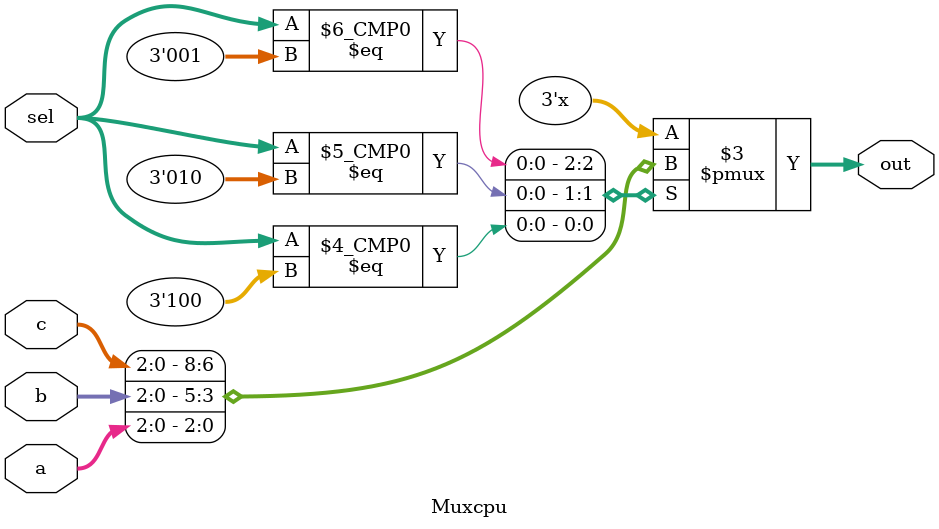
<source format=v>
module cpu(clk, reset, s, load, in, out, N, V, Z, w);
  input clk, reset, s, load;
  input [15:0] in;
  output [15:0] out;
  output N, V, Z, w;

//Intermediate values
  wire [15:0] sximm5, sximm8;
  wire [2:0] Rn, Rd, Rm;
  wire [2:0] readnum, writenum, opcode;
  wire [1:0] ALUop, shift, op;

//If a cycle is finished, this will indicate to stay in waiting
  reg finished;

  reg [15:0] instruction;

  reg w, loada, loadb, loadc, loads, asel, bsel, write;
  reg [3:0] vsel;
  reg [2:0] nsel, ALU_state, move_state;
 
//Instruction Register
//If load is 1, the new instruction will be taken, else it will not change
  always @(posedge clk) begin
    if(load == 1)
      instruction = in;
    else
      instruction = instruction;
  end

//Assign accordingly to solve for readnum and writenum
  assign Rn = instruction[10:8];
  assign Rd = instruction[7:5];
  assign Rm = instruction[2:0];

//Instruction Decoder
  instructionDecoder iD(instruction, Rn, Rd, Rm, nsel, ALUop, sximm5, sximm8, shift, readnum, writenum, op, opcode);

//State Machine
  always @(posedge clk) begin
    if( reset || ((~s && ALU_state == 3'b000) && (~s && move_state == 3'b000)) || (~s && finished)) begin //If reset or s is 0, the state machine is stilling in a waiting state
       ALU_state = 3'b000; move_state = 3'b000; w = 1; nsel = 3'bxxx; loada = 1'b0; loadb = 1'b0; asel = 1'bx; bsel = 1'bx; loadc = 1'b0; vsel = 4'bxxxx; write = 1'b0; loads = 0; // 3'b000 is the waiting state for both ALU and move, w = 1 to indicate the waiting state
    end else begin//Else we are carrying out the operations
    w = 0;
    if( opcode == 3'b101) begin//ALU operations
    case(ALU_state)//Depending on what ALU_state is, go to the next state at rising edge of clk
      3'b000: ALU_state = 3'b001;
      3'b001: ALU_state = 3'b010;
      3'b010: ALU_state = 3'b011;
      3'b011: ALU_state = 3'b100;
      3'b100: ALU_state = 3'b000;
      default: ALU_state = 3'bxxx;
    endcase

    case(ALU_state)//At each stage, set the specified data path control signals
      3'b001: begin nsel = 3'b100; loada = 1'b1; loadb = 1'b0; asel = 1'b0; bsel = 1'b0; loadc = 1'b0; vsel = 4'bxxxx; write = 1'b0; finished = 0; loads = 0; end //Load Rn to reg A
      3'b010: begin nsel = 3'b001; loada = 1'b0; loadb = 1'b1; asel = 1'b0; bsel = 1'b0; loadc = 1'b0; vsel = 4'bxxxx; write = 1'b0; finished = 0; loads = 0; end // Load Rm to reg B
      3'b011: begin //Perform ALU operations with the appropriate data path values
              if(ALUop == 2'b01) begin //If we are subtracting, we set loadc to 0 because we do not want to carry the value through the datapath
                nsel = 3'bxxx; loada = 1'b0; loadb = 1'b0; asel = 1'b0; bsel = 1'b0; loadc = 1'b0; vsel = 4'bxxxx; write = 1'b0;  finished = 0; loads = 1;
              end else begin     
              if(ALUop == 2'b11)begin// If we are negating, we want asel = 1 to add 0 to what is stored in reg B
                nsel = 3'bxxx; loada = 1'b0; loadb = 1'b0; asel = 1'b1; bsel = 1'b0; loadc = 1'b1; vsel = 4'bxxxx; write = 1'b0; finished = 0; loads = 0;
              end else begin
                nsel = 3'bxxx; loada = 1'b0; loadb = 1'b0; asel = 1'b0; bsel = 1'b0; loadc = 1'b1; vsel = 4'bxxxx; write = 1'b0; finished =0; loads = 0; //Else we take whatever is in reg A and B
              end
              end
              end
      3'b100: begin // Write to register
              if(ALUop == 2'b01) begin//DO not write anything to a register when subtracting
                nsel = 3'bxxx; loada = 1'b0; loadb = 1'b0; asel = 1'b0; bsel = 1'b0; loadc = 1'b0; vsel = 4'bxxxx; write = 1'b0; finished = 1; loads = 0;
              end else begin// Else we write to the desired register
                nsel = 3'b010; loada = 1'b0; loadb = 1'b0; asel = 1'b0; bsel = 1'b0; loadc = 1'b0; vsel = 4'b0001; write = 1'b1; finished = 1; loads = 0;
              end
              end
      default: begin nsel = 3'bxxx; loada = 1'bx; loadb = 1'bx; asel = 1'bx; bsel = 1'bx; loadc = 1'bx; vsel = 4'bxxxx; write = 1'bx; finished = 1'bx; loads = 1'bx; end
    endcase
   
    end else begin//move operations

    case(move_state)//Depending on what move_state is, go to the next state at rising edge of clk
      3'b000: move_state = 3'b001;
      3'b001: move_state = 3'b010;
      3'b010: move_state = 3'b011;
      3'b011: move_state = 3'b000;
      default: move_state = 3'bxxx;
    endcase

    case(move_state)//At each stage, set the specified data path control signals
      3'b001: begin //Load to appropriate registers
         if(op == 2'b10) begin // We are not carrying out any operation paths, just loading a register with a value
            nsel = 3'b100; loada = 1'b0; loadb = 1'b0; write = 1'b1; vsel = 4'b0100; asel = 1'b0; bsel = 1'b0; loadc = 1'b0; finished = 1; loads = 0;
         end else begin 
         if (op == 2'b00) begin// We are shifting a value from a register 
            nsel = 3'b001; loada = 1'b0; loadb = 1'b1; vsel = 4'bxxxx; write = 1'b0; asel = 1'b0; bsel = 1'b0; loadc = 1'b0; finished = 0; loads = 0;
         end else begin
            nsel = 3'bxxx; loada = 1'b0; loadb = 1'b0; vsel = 4'bxxxx; write = 1'b0; asel = 1'b0; bsel = 1'b0; loadc = 1'b0; finished = 1'bx; loads = 0;
         end
         end
         end

      3'b010: if( op == 2'b00 ) begin //carry out ALU operations with the correct data path values
                nsel = 3'bxxx; loada = 1'b0; loadb = 1'b0; vsel = 4'bxxxx; write = 1'b0; asel = 1'b1; bsel = 1'b0; loadc = 1'b1; finished = 0; loads = 0;
              end else begin
                nsel = 3'bxxx; loada = 1'b0; loadb = 1'b0; vsel = 4'bxxxx; write = 1'b0; asel = 1'b0; bsel = 1'b0; loadc = 1'b0; finished = 1'bx; loads = 0;
              end

      3'b011: if( op == 2'b00 ) begin//Load back into register 
                 nsel = 3'b010; loada = 1'b0; loadb = 1'b0; vsel = 4'b0001; write = 1'b1; asel = 1'b0; bsel = 1'b0; loadc = 1'b0; finished = 1; loads = 0;
              end else begin
                 nsel = 3'bxxx; loada = 1'b0; loadb = 1'b0; vsel = 4'bxxxx; write = 1'b0; asel = 1'b0; bsel = 1'b0; loadc = 1'b0; finished = 1'bx; loads = 0;
              end

      default: begin nsel = 3'bxxx; loada = 1'b0; loadb = 1'bx; vsel = 4'bxxxx; write = 1'bx; asel = 1'bx; bsel = 1'bx; loadc = 1'bx;  finished = 1'bx; loads = 1'bx; end 
    endcase

    end
   end
end

//If ALUop indicates subtraction, we want to update the status register, else the status register stays the same
 // always @(*) begin
//    if(ALUop == 2'b01)
 //      loads = 1'b1;
 //   else
 //      loads = 1'b0;
  //end 

//Carrying out operations in datapath
  datapath DP(clk, readnum, vsel, loada, loadb, shift, asel, bsel, ALUop, loadc, loads, writenum, write, sximm5, sximm8, Z, N, V, out);
               

endmodule


//Instruction Decoder to decode sequences of bits in instruction into the values for ALUop, op, sximm5, etc.
module instructionDecoder(instruction, Rn, Rd, Rm, nsel, ALUop, sximm5, sximm8, shift, readnum, writenum, op, opcode);
  input [15:0] instruction;
  input [2:0] Rn, Rd, Rm;
  input [2:0] nsel;
  output[15:0] sximm5, sximm8;
  output[1:0] ALUop, shift, op;
  output[2:0] readnum, writenum, opcode;

  wire [2:0] muxOut;

//Assign accordingly
  assign sximm5 = {{11{instruction[4]}}, instruction[4:0]};
  assign sximm8 = {{8{instruction[7]}}, instruction[7:0]};
  assign ALUop = instruction[12:11];
  assign shift = instruction[4:3];
  assign opcode = instruction[15:13];
  assign op = instruction[12:11];
  

//Multiplexer to assign the designated registers to use
  Muxcpu mux(nsel, Rn, Rd, Rm, muxOut);
  
  assign readnum = muxOut;
  assign writenum = muxOut;

endmodule


//Multiplexer to select which register to use for the operation
module Muxcpu(sel, a, b, c, out);
  input [2:0] a, b, c;
  input [2:0] sel;
  output [2:0] out;

  reg [2:0] out;

//Assign each output value according to what sel is
  always @(*) begin
    case(sel)
      3'b001: out = c;
      3'b010: out = b;
      3'b100: out = a;
      default: out = {3{1'bx}};
    endcase
  end
endmodule
  


</source>
